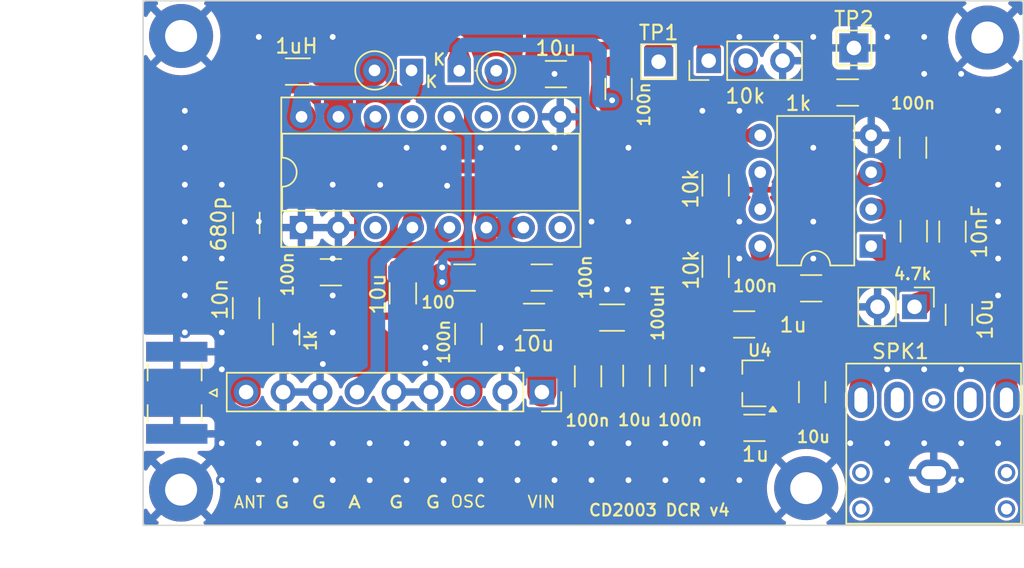
<source format=kicad_pcb>
(kicad_pcb (version 20240108) (generator "pcbnew") (generator_version "8.0")
  (layers (0 "F.Cu" signal) (31 "B.Cu" signal) (34 "B.Paste" user) (35 "F.Paste" user) (36 "B.SilkS" user "B.Silkscreen") (37 "F.SilkS" user "F.Silkscreen") (38 "B.Mask" user) (39 "F.Mask" user) (44 "Edge.Cuts" user))
  (net 0 "")
  (net 1 "RX_OSC")
  (net 2 "+5V")
  (net 3 "Net-(U1-FM{slash}AM_SW)")
  (net 4 "Net-(D7-K)")
  (net 8 "GND")
  (net 10 "Net-(U1-AM_OSC)")
  (net 12 "RX_AUDIO")
  (net 13 "Net-(C11-Pad1)")
  (net 14 "Net-(C1-Pad2)")
  (net 15 "Net-(U2A-+)")
  (net 16 "Net-(U2A--)")
  (net 17 "+3.3V")
  (net 18 "Net-(U2B--)")
  (net 19 "Net-(RV1-Pad2)")
  (net 20 "5VCLEAN")
  (net 21 "Net-(J1-In)")
  (net 22 "Net-(J2-Pin_1)")
  (net 25 "Net-(U1-AGC)")
  (net 26 "Net-(C14-Pad2)")
  (footprint "TestPoint:TestPoint_THTPad_2.0x2.0mm_Drill1.0mm" (layer "F.Cu") (at 80.46 47.66)
    (property "Reference" "TP1" (at 0 -1.998 0) (layer "F.SilkS"))
    (property "Value" "Debug_Audio" (hide yes))
    (pad "1" thru_hole rect (at 0 0) (size 2 2) (drill 1) (layers "*.Cu" "*.Mask") (net 14 "Net-(C1-Pad2)"))
  )
  (footprint "Diode_THT:D_DO-35_SOD27_P2.54mm_Vertical_KathodeUp" (layer "F.Cu") (at 66.762 48.278)
    (property "Reference" "D8" (hide yes))
    (property "Value" "1N4148" (hide yes))
    (fp_text user "K" (at -1.382 -0.768 0) (layer "F.SilkS") (effects (font (size 0.8 0.8))))
    (pad "1" thru_hole rect (at 0 0) (size 1.6 1.6) (drill 0.8) (layers "*.Cu" "*.Mask") (net 20 "5VCLEAN"))
    (pad "2" thru_hole oval (at 2.54 0) (size 1.6 1.6) (drill 0.8) (layers "*.Cu" "*.Mask") (net 4 "Net-(D7-K)"))
  )
  (footprint "Capacitor_SMD:C_1206_3216Metric_Pad1.33x1.80mm_HandSolder" (layer "F.Cu") (at 75.612 69.2955 -90)
    (property "Reference" "C5" (hide yes))
    (property "Value" "100n" (at 3.0345 0.032 180) (layer "F.SilkS") (effects (font (size 0.8 0.8))))
    (pad "1" smd roundrect (at -1.5625 0 270) (size 1.325 1.8) (layers "F.Cu" "F.Paste" "F.Mask") (roundrect_rratio 0.1886792453) (net 2 "+5V"))
    (pad "2" smd roundrect (at 1.5625 0 270) (size 1.325 1.8) (layers "F.Cu" "F.Paste" "F.Mask") (roundrect_rratio 0.1886792453) (net 8 "GND"))
  )
  (footprint "Connector_PinHeader_2.54mm:PinHeader_1x03_P2.54mm_Vertical" (layer "F.Cu") (at 83.9 47.59 90)
    (property "Reference" "RV1" (hide yes))
    (property "Value" "10k" (at -2.432 2.518 180) (layer "F.SilkS"))
    (pad "1" thru_hole rect (at 0 0 90) (size 1.7 1.7) (drill 1) (layers "*.Cu" "*.Mask") (net 14 "Net-(C1-Pad2)"))
    (pad "2" thru_hole oval (at 0 2.54 90) (size 1.7 1.7) (drill 1) (layers "*.Cu" "*.Mask") (net 19 "Net-(RV1-Pad2)"))
    (pad "3" thru_hole oval (at 0 5.08 90) (size 1.7 1.7) (drill 1) (layers "*.Cu" "*.Mask") (net 8 "GND"))
  )
  (footprint "Connector_PinHeader_2.54mm:PinHeader_1x02_P2.54mm_Vertical" (layer "F.Cu") (at 98.044 64.516 -90)
    (property "Reference" "J2" (hide yes))
    (property "Value" "Conn_01x02" (hide yes))
    (pad "1" thru_hole rect (at 0 0 270) (size 1.7 1.7) (drill 1) (layers "*.Cu" "*.Mask") (net 22 "Net-(J2-Pin_1)"))
    (pad "2" thru_hole oval (at 0 2.54 270) (size 1.7 1.7) (drill 1) (layers "*.Cu" "*.Mask") (net 8 "GND"))
  )
  (footprint "Capacitor_SMD:C_1206_3216Metric_Pad1.33x1.80mm_HandSolder" (layer "F.Cu") (at 77.71 49.54 90)
    (property "Reference" "C8" (hide yes))
    (property "Value" "100n" (at -1.06 1.75 90) (layer "F.SilkS") (effects (font (size 0.8 0.8))))
    (pad "1" smd roundrect (at -1.5625 0 90) (size 1.325 1.8) (layers "F.Cu" "F.Paste" "F.Mask") (roundrect_rratio 0.1886792453) (net 20 "5VCLEAN"))
    (pad "2" smd roundrect (at 1.5625 0 90) (size 1.325 1.8) (layers "F.Cu" "F.Paste" "F.Mask") (roundrect_rratio 0.1886792453) (net 8 "GND"))
  )
  (footprint "Capacitor_SMD:C_1206_3216Metric_Pad1.33x1.80mm_HandSolder" (layer "F.Cu") (at 57.942 62.138)
    (property "Reference" "C10" (hide yes))
    (property "Value" "100n" (at -2.982 0.142 90) (layer "F.SilkS") (effects (font (size 0.8 0.8))))
    (pad "1" smd roundrect (at -1.5625 0) (size 1.325 1.8) (layers "F.Cu" "F.Paste" "F.Mask") (roundrect_rratio 0.1886792453) (net 8 "GND"))
    (pad "2" smd roundrect (at 1.5625 0) (size 1.325 1.8) (layers "F.Cu" "F.Paste" "F.Mask") (roundrect_rratio 0.1886792453) (net 3 "Net-(U1-FM{slash}AM_SW)"))
  )
  (footprint "Inductor_SMD:L_1206_3216Metric_Pad1.22x1.90mm_HandSolder" (layer "F.Cu") (at 55.672 48.338)
    (property "Reference" "L1" (hide yes))
    (property "Value" "1uH" (at -0.092 -1.758 0) (layer "F.SilkS"))
    (pad "1" smd roundrect (at -1.6625 0) (size 1.225 1.9) (layers "F.Cu" "F.Paste" "F.Mask") (roundrect_rratio 0.2040816327) (net 4 "Net-(D7-K)"))
    (pad "2" smd roundrect (at 1.6625 0) (size 1.225 1.9) (layers "F.Cu" "F.Paste" "F.Mask") (roundrect_rratio 0.2040816327) (net 20 "5VCLEAN"))
  )
  (footprint "Capacitor_SMD:C_1206_3216Metric_Pad1.33x1.80mm_HandSolder" (layer "F.Cu") (at 52.137 58.7455 90)
    (property "Reference" "C11" (hide yes))
    (property "Value" "680p" (at -0.0745 -1.897 90) (layer "F.SilkS"))
    (pad "1" smd roundrect (at -1.5625 0 90) (size 1.325 1.8) (layers "F.Cu" "F.Paste" "F.Mask") (roundrect_rratio 0.1886792453) (net 13 "Net-(C11-Pad1)"))
    (pad "2" smd roundrect (at 1.5625 0 90) (size 1.325 1.8) (layers "F.Cu" "F.Paste" "F.Mask") (roundrect_rratio 0.1886792453) (net 4 "Net-(D7-K)"))
  )
  (footprint "Capacitor_SMD:C_1206_3216Metric_Pad1.33x1.80mm_HandSolder" (layer "F.Cu") (at 71.8995 65.208 180)
    (property "Reference" "C6" (hide yes))
    (property "Value" "10u" (at 0.0175 -1.848 0) (layer "F.SilkS"))
    (pad "1" smd roundrect (at -1.5625 0 180) (size 1.325 1.8) (layers "F.Cu" "F.Paste" "F.Mask") (roundrect_rratio 0.1886792453) (net 2 "+5V"))
    (pad "2" smd roundrect (at 1.5625 0 180) (size 1.325 1.8) (layers "F.Cu" "F.Paste" "F.Mask") (roundrect_rratio 0.1886792453) (net 8 "GND"))
  )
  (footprint "Resistor_SMD:R_1206_3216Metric_Pad1.30x1.75mm_HandSolder" (layer "F.Cu") (at 67.13 62.506)
    (property "Reference" "R14" (hide yes))
    (property "Value" "100" (at -1.81 1.704 0) (layer "F.SilkS") (effects (font (size 0.8 0.8))))
    (pad "1" smd roundrect (at -1.55 0) (size 1.3 1.75) (layers "F.Cu" "F.Paste" "F.Mask") (roundrect_rratio 0.1923076923) (net 10 "Net-(U1-AM_OSC)"))
    (pad "2" smd roundrect (at 1.55 0) (size 1.3 1.75) (layers "F.Cu" "F.Paste" "F.Mask") (roundrect_rratio 0.1923076923) (net 20 "5VCLEAN"))
  )
  (footprint "Capacitor_SMD:C_1206_3216Metric_Pad1.33x1.80mm_HandSolder" (layer "F.Cu") (at 72.4285 62.506 180)
    (property "Reference" "C9" (hide yes))
    (property "Value" "100n" (at -3.0095 0.022 90) (layer "F.SilkS") (effects (font (size 0.8 0.8))))
    (pad "1" smd roundrect (at -1.5625 0 180) (size 1.325 1.8) (layers "F.Cu" "F.Paste" "F.Mask") (roundrect_rratio 0.1886792453) (net 20 "5VCLEAN"))
    (pad "2" smd roundrect (at 1.5625 0 180) (size 1.325 1.8) (layers "F.Cu" "F.Paste" "F.Mask") (roundrect_rratio 0.1886792453) (net 8 "GND"))
  )
  (footprint "MountingHole:MountingHole_2.2mm_M2_Pad" (layer "F.Cu") (at 90.6 76.984 180)
    (property "Reference" "H2" (hide yes))
    (property "Value" "MountingHole_Pad" (hide yes))
    (pad "1" thru_hole circle (at 0 0 180) (size 4.4 4.4) (drill 2.2) (layers "*.Cu" "*.Mask") (net 8 "GND"))
  )
  (footprint "MountingHole:MountingHole_2.2mm_M2_Pad" (layer "F.Cu") (at 47.649274 77.087274)
    (property "Reference" "H4" (hide yes))
    (property "Value" "MountingHole_Pad" (hide yes))
    (pad "1" thru_hole circle (at 0 0) (size 4.4 4.4) (drill 2.2) (layers "*.Cu" "*.Mask") (net 8 "GND"))
  )
  (footprint "Capacitor_SMD:C_1206_3216Metric_Pad1.33x1.80mm_HandSolder" (layer "F.Cu") (at 78.937 69.258 -90)
    (property "Reference" "C3" (hide yes))
    (property "Value" "10u" (at 3.04 0.127 180) (layer "F.SilkS") (effects (font (size 0.8 0.8))))
    (pad "1" smd roundrect (at -1.5625 0 270) (size 1.325 1.8) (layers "F.Cu" "F.Paste" "F.Mask") (roundrect_rratio 0.1886792453) (net 20 "5VCLEAN"))
    (pad "2" smd roundrect (at 1.5625 0 270) (size 1.325 1.8) (layers "F.Cu" "F.Paste" "F.Mask") (roundrect_rratio 0.1886792453) (net 8 "GND"))
  )
  (footprint "MountingHole:MountingHole_2.2mm_M2_Pad" (layer "F.Cu") (at 47.649274 45.892726 180)
    (property "Reference" "H1" (hide yes))
    (property "Value" "MountingHole_Pad" (hide yes))
    (pad "1" thru_hole circle (at 0 0 180) (size 4.4 4.4) (drill 2.2) (layers "*.Cu" "*.Mask") (net 8 "GND"))
  )
  (footprint "Capacitor_SMD:C_1206_3216Metric_Pad1.33x1.80mm_HandSolder" (layer "F.Cu") (at 86.3375 65.73 180)
    (property "Reference" "C19" (hide yes))
    (property "Value" "1u" (at -3.3725 -0.03 180) (layer "F.SilkS"))
    (pad "1" smd roundrect (at -1.5625 0 180) (size 1.325 1.8) (layers "F.Cu" "F.Paste" "F.Mask") (roundrect_rratio 0.188679) (net 17 "+3.3V"))
    (pad "2" smd roundrect (at 1.5625 0 180) (size 1.325 1.8) (layers "F.Cu" "F.Paste" "F.Mask") (roundrect_rratio 0.188679) (net 8 "GND"))
  )
  (footprint "Inductor_SMD:L_1206_3216Metric_Pad1.22x1.90mm_HandSolder" (layer "F.Cu") (at 77.262 65.258)
    (property "Reference" "L2" (hide yes))
    (property "Value" "100uH" (at 3.138 -0.338 90) (layer "F.SilkS") (effects (font (size 0.8 0.8))))
    (pad "1" smd roundrect (at -1.6625 0) (size 1.225 1.9) (layers "F.Cu" "F.Paste" "F.Mask") (roundrect_rratio 0.2040816327) (net 2 "+5V"))
    (pad "2" smd roundrect (at 1.6625 0) (size 1.225 1.9) (layers "F.Cu" "F.Paste" "F.Mask") (roundrect_rratio 0.2040816327) (net 20 "5VCLEAN"))
  )
  (footprint "footprints:PinSocket_1x09_P2.54mm_Vertical_Custom" (layer "F.Cu") (at 72.438 70.38 -90)
    (property "Reference" "JP1" (hide yes))
    (property "Value" "Pin Header" (hide yes))
    (pad "1" thru_hole rect (at 0 0 270) (size 1.7 1.7) (drill 1) (layers "*.Cu" "*.Mask") (net 2 "+5V"))
    (pad "2" thru_hole oval (at 0 2.54 270) (size 1.7 1.7) (drill 1) (layers "*.Cu" "*.Mask") (net 8 "GND"))
    (pad "3" thru_hole oval (at 0 5.08 270) (size 1.7 1.7) (drill 1) (layers "*.Cu" "*.Mask") (net 1 "RX_OSC"))
    (pad "4" thru_hole oval (at 0 7.62 270) (size 1.7 1.7) (drill 1) (layers "*.Cu" "*.Mask") (net 8 "GND"))
    (pad "5" thru_hole oval (at 0 10.16 270) (size 1.7 1.7) (drill 1) (layers "*.Cu" "*.Mask") (net 8 "GND"))
    (pad "6" thru_hole oval (at 0 12.7 270) (size 1.7 1.7) (drill 1) (layers "*.Cu" "*.Mask") (net 12 "RX_AUDIO"))
    (pad "7" thru_hole oval (at 0 15.24 270) (size 1.7 1.7) (drill 1) (layers "*.Cu" "*.Mask") (net 8 "GND"))
    (pad "8" thru_hole oval (at 0 17.78 270) (size 1.7 1.7) (drill 1) (layers "*.Cu" "*.Mask") (net 8 "GND"))
    (pad "9" thru_hole oval (at 0 20.32 270) (size 1.7 1.7) (drill 1) (layers "*.Cu" "*.Mask") (net 21 "Net-(J1-In)"))
  )
  (footprint "Capacitor_SMD:C_1206_3216Metric_Pad1.33x1.80mm_HandSolder" (layer "F.Cu") (at 90.9395 63.243)
    (property "Reference" "C12" (hide yes))
    (property "Value" "100n" (at -3.8495 -0.153 180) (layer "F.SilkS") (effects (font (size 0.8 0.8))))
    (pad "1" smd roundrect (at -1.5625 0) (size 1.325 1.8) (layers "F.Cu" "F.Paste" "F.Mask") (roundrect_rratio 0.1886792453) (net 17 "+3.3V"))
    (pad "2" smd roundrect (at 1.5625 0) (size 1.325 1.8) (layers "F.Cu" "F.Paste" "F.Mask") (roundrect_rratio 0.1886792453) (net 8 "GND"))
  )
  (footprint "Capacitor_SMD:C_1206_3216Metric_Pad1.33x1.80mm_HandSolder" (layer "F.Cu") (at 97.942 53.57 90)
    (property "Reference" "C2" (hide yes))
    (property "Value" "100n" (at 3.048 0 180) (layer "F.SilkS") (effects (font (size 0.8 0.8))))
    (pad "1" smd roundrect (at -1.5625 0 90) (size 1.325 1.8) (layers "F.Cu" "F.Paste" "F.Mask") (roundrect_rratio 0.1886792453) (net 15 "Net-(U2A-+)"))
    (pad "2" smd roundrect (at 1.5625 0 90) (size 1.325 1.8) (layers "F.Cu" "F.Paste" "F.Mask") (roundrect_rratio 0.1886792453) (net 8 "GND"))
  )
  (footprint "Capacitor_SMD:C_1206_3216Metric_Pad1.33x1.80mm_HandSolder" (layer "F.Cu") (at 91.012 70.378 -90)
    (property "Reference" "C13" (hide yes))
    (property "Value" "10u" (at 3.082 -0.088 180) (layer "F.SilkS") (effects (font (size 0.8 0.8))))
    (pad "1" smd roundrect (at -1.5625 0 270) (size 1.325 1.8) (layers "F.Cu" "F.Paste" "F.Mask") (roundrect_rratio 0.1886792453) (net 17 "+3.3V"))
    (pad "2" smd roundrect (at 1.5625 0 270) (size 1.325 1.8) (layers "F.Cu" "F.Paste" "F.Mask") (roundrect_rratio 0.1886792453) (net 8 "GND"))
  )
  (footprint "TestPoint:TestPoint_THTPad_2.0x2.0mm_Drill1.0mm" (layer "F.Cu") (at 93.878 46.712)
    (property "Reference" "TP2" (at 0 -1.998 0) (layer "F.SilkS"))
    (property "Value" "GND" (hide yes))
    (pad "1" thru_hole rect (at 0 0) (size 2 2) (drill 1) (layers "*.Cu" "*.Mask") (net 8 "GND"))
  )
  (footprint "Capacitor_SMD:C_1206_3216Metric_Pad1.33x1.80mm_HandSolder" (layer "F.Cu") (at 52.112 64.608 -90)
    (property "Reference" "C17" (hide yes))
    (property "Value" "10n" (at -0.618 1.782 90) (layer "F.SilkS"))
    (pad "1" smd roundrect (at -1.5625 0 270) (size 1.325 1.8) (layers "F.Cu" "F.Paste" "F.Mask") (roundrect_rratio 0.1886792453) (net 13 "Net-(C11-Pad1)"))
    (pad "2" smd roundrect (at 1.5625 0 270) (size 1.325 1.8) (layers "F.Cu" "F.Paste" "F.Mask") (roundrect_rratio 0.1886792453) (net 21 "Net-(J1-In)"))
  )
  (footprint "Capacitor_SMD:C_1206_3216Metric_Pad1.33x1.80mm_HandSolder" (layer "F.Cu") (at 67.387 66.383 -90)
    (property "Reference" "C21" (hide yes))
    (property "Value" "100n" (at 0.537 1.687 90) (layer "F.SilkS") (effects (font (size 0.8 0.8))))
    (pad "1" smd roundrect (at -1.5625 0 270) (size 1.325 1.8) (layers "F.Cu" "F.Paste" "F.Mask") (roundrect_rratio 0.1886792453) (net 10 "Net-(U1-AM_OSC)"))
    (pad "2" smd roundrect (at 1.5625 0 270) (size 1.325 1.8) (layers "F.Cu" "F.Paste" "F.Mask") (roundrect_rratio 0.1886792453) (net 1 "RX_OSC"))
  )
  (footprint "Capacitor_SMD:C_1206_3216Metric_Pad1.33x1.80mm_HandSolder" (layer "F.Cu") (at 62.89 63.5925 -90)
    (property "Reference" "C16" (hide yes))
    (property "Value" " 10u" (at 0.4275 1.71 90) (layer "F.SilkS"))
    (pad "1" smd roundrect (at -1.5625 0 270) (size 1.325 1.8) (layers "F.Cu" "F.Paste" "F.Mask") (roundrect_rratio 0.1886792453) (net 25 "Net-(U1-AGC)"))
    (pad "2" smd roundrect (at 1.5625 0 270) (size 1.325 1.8) (layers "F.Cu" "F.Paste" "F.Mask") (roundrect_rratio 0.1886792453) (net 8 "GND"))
  )
  (footprint "Capacitor_SMD:C_1206_3216Metric_Pad1.33x1.80mm_HandSolder" (layer "F.Cu") (at 100.652 59.3455 90)
    (property "Reference" "C7" (hide yes))
    (property "Value" "10nF" (at 0 1.85 90) (layer "F.SilkS"))
    (pad "1" smd roundrect (at -1.5625 0 90) (size 1.325 1.8) (layers "F.Cu" "F.Paste" "F.Mask") (roundrect_rratio 0.1886792453) (net 22 "Net-(J2-Pin_1)"))
    (pad "2" smd roundrect (at 1.5625 0 90) (size 1.325 1.8) (layers "F.Cu" "F.Paste" "F.Mask") (roundrect_rratio 0.1886792453) (net 16 "Net-(U2A--)"))
  )
  (footprint "Resistor_SMD:R_1206_3216Metric_Pad1.30x1.75mm_HandSolder" (layer "F.Cu") (at 54.872 66.398 -90)
    (property "Reference" "R13" (hide yes))
    (property "Value" "1k" (at 0.432 -1.678 90) (layer "F.SilkS") (effects (font (size 0.8 0.8))))
    (pad "1" smd roundrect (at -1.55 0 270) (size 1.3 1.75) (layers "F.Cu" "F.Paste" "F.Mask") (roundrect_rratio 0.1923076923) (net 13 "Net-(C11-Pad1)"))
    (pad "2" smd roundrect (at 1.55 0 270) (size 1.3 1.75) (layers "F.Cu" "F.Paste" "F.Mask") (roundrect_rratio 0.1923076923) (net 8 "GND"))
  )
  (footprint "Resistor_SMD:R_1206_3216Metric_Pad1.30x1.75mm_HandSolder" (layer "F.Cu") (at 84.376 61.744 90)
    (property "Reference" "R1" (hide yes))
    (property "Value" "10k" (at -0.226 -1.676 90) (layer "F.SilkS"))
    (pad "1" smd roundrect (at -1.55 0 90) (size 1.3 1.75) (layers "F.Cu" "F.Paste" "F.Mask") (roundrect_rratio 0.1923076923) (net 17 "+3.3V"))
    (pad "2" smd roundrect (at 1.55 0 90) (size 1.3 1.75) (layers "F.Cu" "F.Paste" "F.Mask") (roundrect_rratio 0.1923076923) (net 15 "Net-(U2A-+)"))
  )
  (footprint "Resistor_SMD:R_1206_3216Metric_Pad1.30x1.75mm_HandSolder" (layer "F.Cu") (at 93.45 49.778 180)
    (property "Reference" "Rin1" (hide yes))
    (property "Value" "1k" (at 3.382 -0.744 0) (layer "F.SilkS"))
    (pad "1" smd roundrect (at -1.55 0 180) (size 1.3 1.75) (layers "F.Cu" "F.Paste" "F.Mask") (roundrect_rratio 0.1923076923) (net 16 "Net-(U2A--)"))
    (pad "2" smd roundrect (at 1.55 0 180) (size 1.3 1.75) (layers "F.Cu" "F.Paste" "F.Mask") (roundrect_rratio 0.1923076923) (net 19 "Net-(RV1-Pad2)"))
  )
  (footprint "Connector_Coaxial:SMA_Samtec_SMA-J-P-X-ST-EM1_EdgeMount" (layer "F.Cu") (at 47.352 70.428 -90)
    (property "Reference" "J1" (hide yes))
    (property "Value" "SMA Edge Mount" (hide yes))
    (pad "1" smd rect (at 0 0.2 270) (size 1.27 3.6) (layers "F.Cu" "F.Paste" "F.Mask") (net 21 "Net-(J1-In)"))
    (pad "2" smd rect (at -2.825 0 270) (size 1.35 4.2) (layers "F.Cu" "F.Paste" "F.Mask") (net 8 "GND"))
    (pad "2" smd rect (at -2.825 0 270) (size 1.35 4.2) (layers "B.Cu" "B.Paste" "B.Mask") (net 8 "GND"))
    (pad "2" smd rect (at 2.825 0 270) (size 1.35 4.2) (layers "F.Cu" "F.Paste" "F.Mask") (net 8 "GND"))
    (pad "2" smd rect (at 2.825 0 270) (size 1.35 4.2) (layers "B.Cu" "B.Paste" "B.Mask") (net 8 "GND"))
  )
  (footprint "Resistor_SMD:R_1206_3216Metric_Pad1.30x1.75mm_HandSolder" (layer "F.Cu") (at 97.992 59.313 90)
    (property "Reference" "Rf1" (hide yes))
    (property "Value" "4.7k" (at -2.947 -0.082 0) (layer "F.SilkS") (effects (font (size 0.8 0.8))))
    (pad "1" smd roundrect (at -1.55 0 90) (size 1.3 1.75) (layers "F.Cu" "F.Paste" "F.Mask") (roundrect_rratio 0.1923076923) (net 22 "Net-(J2-Pin_1)"))
    (pad "2" smd roundrect (at 1.55 0 90) (size 1.3 1.75) (layers "F.Cu" "F.Paste" "F.Mask") (roundrect_rratio 0.1923076923) (net 16 "Net-(U2A--)"))
  )
  (footprint "MountingHole:MountingHole_2.2mm_M2_Pad" (layer "F.Cu") (at 103.046 45.996)
    (property "Reference" "H3" (hide yes))
    (property "Value" "MountingHole_Pad" (hide yes))
    (pad "1" thru_hole circle (at 0 0) (size 4.4 4.4) (drill 2.2) (layers "*.Cu" "*.Mask") (net 8 "GND"))
  )
  (footprint "Capacitor_SMD:C_1206_3216Metric_Pad1.33x1.80mm_HandSolder" (layer "F.Cu") (at 73.406 48.514 180)
    (property "Reference" "C1" (hide yes))
    (property "Value" "10u" (at 0 1.778 0) (layer "F.SilkS"))
    (pad "1" smd roundrect (at -1.5625 0 180) (size 1.325 1.8) (layers "F.Cu" "F.Paste" "F.Mask") (roundrect_rratio 0.1886792453) (net 12 "RX_AUDIO"))
    (pad "2" smd roundrect (at 1.5625 0 180) (size 1.325 1.8) (layers "F.Cu" "F.Paste" "F.Mask") (roundrect_rratio 0.1886792453) (net 14 "Net-(C1-Pad2)"))
  )
  (footprint "Resistor_SMD:R_1206_3216Metric_Pad1.30x1.75mm_HandSolder" (layer "F.Cu") (at 84.376 56.156 90)
    (property "Reference" "R2" (hide yes))
    (property "Value" "10k" (at -0.234 -1.706 90) (layer "F.SilkS"))
    (pad "1" smd roundrect (at -1.55 0 90) (size 1.3 1.75) (layers "F.Cu" "F.Paste" "F.Mask") (roundrect_rratio 0.1923076923) (net 15 "Net-(U2A-+)"))
    (pad "2" smd roundrect (at 1.55 0 90) (size 1.3 1.75) (layers "F.Cu" "F.Paste" "F.Mask") (roundrect_rratio 0.1923076923) (net 8 "GND"))
  )
  (footprint "Package_TO_SOT_SMD:SOT-23_Handsoldering" (layer "F.Cu") (at 86.97 69.78 180)
    (property "Reference" "U4" (at -0.44 2.26 180) (layer "F.SilkS") (effects (font (size 0.8 0.8) (thickness 0.15) (bold yes))))
    (property "Value" "XC6206P332MR (662K)" (hide yes))
    (pad "1" smd roundrect (at -1.5 -0.95 180) (size 1.9 0.8) (layers "F.Cu" "F.Paste" "F.Mask") (net 8 "GND"))
    (pad "2" smd roundrect (at -1.5 0.95 180) (size 1.9 0.8) (layers "F.Cu" "F.Paste" "F.Mask") (net 17 "+3.3V"))
    (pad "3" smd roundrect (at 1.5 0 180) (size 1.9 0.8) (layers "F.Cu" "F.Paste" "F.Mask") (net 20 "5VCLEAN"))
  )
  (footprint "Diode_THT:D_DO-35_SOD27_P2.54mm_Vertical_KathodeUp" (layer "F.Cu") (at 63.482 48.258 180)
    (property "Reference" "D7" (hide yes))
    (property "Value" "1N4148" (hide yes))
    (fp_text user "K" (at -1.368 -0.782 0) (layer "F.SilkS") (effects (font (size 0.8 0.8))))
    (pad "1" thru_hole rect (at 0 0 180) (size 1.6 1.6) (drill 0.8) (layers "*.Cu" "*.Mask") (net 4 "Net-(D7-K)"))
    (pad "2" thru_hole oval (at 2.54 0 180) (size 1.6 1.6) (drill 0.8) (layers "*.Cu" "*.Mask") (net 20 "5VCLEAN"))
  )
  (footprint "Capacitor_SMD:C_1206_3216Metric_Pad1.33x1.80mm_HandSolder" (layer "F.Cu") (at 87.0425 72.84)
    (property "Reference" "C18" (hide yes))
    (property "Value" "1u" (at 0.0775 1.81 180) (layer "F.SilkS"))
    (pad "1" smd roundrect (at -1.5625 0) (size 1.325 1.8) (layers "F.Cu" "F.Paste" "F.Mask") (roundrect_rratio 0.188679) (net 20 "5VCLEAN"))
    (pad "2" smd roundrect (at 1.5625 0) (size 1.325 1.8) (layers "F.Cu" "F.Paste" "F.Mask") (roundrect_rratio 0.188679) (net 8 "GND"))
  )
  (footprint "Capacitor_SMD:C_1206_3216Metric_Pad1.33x1.80mm_HandSolder" (layer "F.Cu") (at 81.84 69.2475 -90)
    (property "Reference" "C4" (hide yes))
    (property "Value" "100n" (at 3.052 -0.103 180) (layer "F.SilkS") (effects (font (size 0.8 0.8))))
    (pad "1" smd roundrect (at -1.5625 0 270) (size 1.325 1.8) (layers "F.Cu" "F.Paste" "F.Mask") (roundrect_rratio 0.1886792453) (net 20 "5VCLEAN"))
    (pad "2" smd roundrect (at 1.5625 0 270) (size 1.325 1.8) (layers "F.Cu" "F.Paste" "F.Mask") (roundrect_rratio 0.1886792453) (net 8 "GND"))
  )
  (footprint "Capacitor_SMD:C_1206_3216Metric_Pad1.33x1.80mm_HandSolder" (layer "F.Cu") (at 101.092 65.0625 -90)
    (property "Reference" "C14" (hide yes))
    (property "Value" "10u" (at 0.2975 -1.808 90) (layer "F.SilkS"))
    (pad "1" smd roundrect (at -1.5625 0 270) (size 1.325 1.8) (layers "F.Cu" "F.Paste" "F.Mask") (roundrect_rratio 0.1886792453) (net 22 "Net-(J2-Pin_1)"))
    (pad "2" smd roundrect (at 1.5625 0 270) (size 1.325 1.8) (layers "F.Cu" "F.Paste" "F.Mask") (roundrect_rratio 0.1886792453) (net 26 "Net-(C14-Pad2)"))
  )
  (footprint "Package_DIP:DIP-16_W7.62mm_Socket" (layer "F.Cu") (at 55.922 59.068 90)
    (property "Reference" "U1" (hide yes))
    (property "Value" "CD2003GB_GP" (hide yes))
    (pad "1" thru_hole rect (at 0 0 90) (size 1.6 1.6) (drill 0.8) (layers "*.Cu" "*.Mask") (net 8 "GND"))
    (pad "2" thru_hole oval (at 0 2.54 90) (size 1.6 1.6) (drill 0.8) (layers "*.Cu" "*.Mask") (net 8 "GND"))
    (pad "3" thru_hole oval (at 0 5.08 90) (size 1.6 1.6) (drill 0.8) (layers "*.Cu" "*.Mask"))
    (pad "4" thru_hole oval (at 0 7.62 90) (size 1.6 1.6) (drill 0.8) (layers "*.Cu" "*.Mask") (net 12 "RX_AUDIO"))
    (pad "5" thru_hole oval (at 0 10.16 90) (size 1.6 1.6) (drill 0.8) (layers "*.Cu" "*.Mask") (net 25 "Net-(U1-AGC)"))
    (pad "6" thru_hole oval (at 0 12.7 90) (size 1.6 1.6) (drill 0.8) (layers "*.Cu" "*.Mask") (net 20 "5VCLEAN"))
    (pad "7" thru_hole oval (at 0 15.24 90) (size 1.6 1.6) (drill 0.8) (layers "*.Cu" "*.Mask") (net 20 "5VCLEAN"))
    (pad "8" thru_hole oval (at 0 17.78 90) (size 1.6 1.6) (drill 0.8) (layers "*.Cu" "*.Mask"))
    (pad "9" thru_hole oval (at 7.62 17.78 90) (size 1.6 1.6) (drill 0.8) (layers "*.Cu" "*.Mask") (net 8 "GND"))
    (pad "10" thru_hole oval (at 7.62 15.24 90) (size 1.6 1.6) (drill 0.8) (layers "*.Cu" "*.Mask"))
    (pad "11" thru_hole oval (at 7.62 12.7 90) (size 1.6 1.6) (drill 0.8) (layers "*.Cu" "*.Mask"))
    (pad "12" thru_hole oval (at 7.62 10.16 90) (size 1.6 1.6) (drill 0.8) (layers "*.Cu" "*.Mask") (net 10 "Net-(U1-AM_OSC)"))
    (pad "13" thru_hole oval (at 7.62 7.62 90) (size 1.6 1.6) (drill 0.8) (layers "*.Cu" "*.Mask"))
    (pad "14" thru_hole oval (at 7.62 5.08 90) (size 1.6 1.6) (drill 0.8) (layers "*.Cu" "*.Mask") (net 3 "Net-(U1-FM{slash}AM_SW)"))
    (pad "15" thru_hole oval (at 7.62 2.54 90) (size 1.6 1.6) (drill 0.8) (layers "*.Cu" "*.Mask") (net 20 "5VCLEAN"))
    (pad "16" thru_hole oval (at 7.62 0 90) (size 1.6 1.6) (drill 0.8) (layers "*.Cu" "*.Mask") (net 4 "Net-(D7-K)"))
  )
  (footprint "footprints:PJ-307_Modded" (layer "F.Cu") (at 99.362 72.92 90)
    (property "Reference" "SPK1" (at 5.334 -2.286 180) (layer "F.SilkS"))
    (property "Value" "SPEAKER")
    (pad "" np_thru_hole circle (at -5.5 -5 90) (size 1.2 1.2) (drill 0.762) (layers "*.Cu" "*.Mask"))
    (pad "" np_thru_hole circle (at -5.5 5 90) (size 1.2 1.2) (drill 0.762) (layers "*.Cu" "*.Mask"))
    (pad "" np_thru_hole circle (at -3 -5 90) (size 1.2 1.2) (drill 0.762) (layers "*.Cu" "*.Mask"))
    (pad "" np_thru_hole circle (at -3 5 90) (size 1.2 1.2) (drill 0.762) (layers "*.Cu" "*.Mask"))
    (pad "" np_thru_hole circle (at 2 0 90) (size 1.2 1.2) (drill 0.762) (layers "*.Cu" "*.Mask"))
    (pad "R" thru_hole oval (at 2 -5 90) (size 2.5 1.8) (drill oval 1.7 0.9) (layers "*.Cu" "*.Mask") (net 26 "Net-(C14-Pad2)"))
    (pad "RN" thru_hole oval (at 2 -2.5 90) (size 2.5 1.8) (drill oval 1.7 0.9) (layers "*.Cu" "*.Mask"))
    (pad "S" thru_hole oval (at -3 0 180) (size 2.5 1.8) (drill oval 1.7 0.9) (layers "*.Cu" "*.Mask") (net 8 "GND"))
    (pad "T" thru_hole oval (at 2 5 90) (size 2.5 1.8) (drill oval 1.7 0.9) (layers "*.Cu" "*.Mask") (net 26 "Net-(C14-Pad2)"))
    (pad "TN" thru_hole oval (at 2 2.5 90) (size 2.5 1.8) (drill oval 1.7 0.9) (layers "*.Cu" "*.Mask"))
  )
  (footprint "Package_DIP:DIP-8_W7.62mm" (layer "F.Cu") (at 95.062 60.343 180)
    (property "Reference" "U2" (hide yes))
    (property "Value" "MCP6002" (hide yes))
    (pad "1" thru_hole rect (at 0 0 180) (size 1.6 1.6) (drill 0.8) (layers "*.Cu" "*.Mask") (net 22 "Net-(J2-Pin_1)"))
    (pad "2" thru_hole oval (at 0 2.54 180) (size 1.6 1.6) (drill 0.8) (layers "*.Cu" "*.Mask") (net 16 "Net-(U2A--)"))
    (pad "3" thru_hole oval (at 0 5.08 180) (size 1.6 1.6) (drill 0.8) (layers "*.Cu" "*.Mask") (net 15 "Net-(U2A-+)"))
    (pad "4" thru_hole oval (at 0 7.62 180) (size 1.6 1.6) (drill 0.8) (layers "*.Cu" "*.Mask") (net 8 "GND"))
    (pad "5" thru_hole oval (at 7.62 7.62 180) (size 1.6 1.6) (drill 0.8) (layers "*.Cu" "*.Mask") (net 15 "Net-(U2A-+)"))
    (pad "6" thru_hole oval (at 7.62 5.08 180) (size 1.6 1.6) (drill 0.8) (layers "*.Cu" "*.Mask") (net 18 "Net-(U2B--)"))
    (pad "7" thru_hole oval (at 7.62 2.54 180) (size 1.6 1.6) (drill 0.8) (layers "*.Cu" "*.Mask") (net 18 "Net-(U2B--)"))
    (pad "8" thru_hole oval (at 7.62 0 180) (size 1.6 1.6) (drill 0.8) (layers "*.Cu" "*.Mask") (net 17 "+3.3V"))
  )
  (gr_rect (start 45.042 43.466) (end 105.524 79.546) (stroke (width 0.1)) (fill none) (layer "Edge.Cuts"))
  (gr_text "G  G  A" (at 53.99 78.42 0) (layer "F.SilkS") (effects (font (size 0.8 1)) (justify left bottom)))
  (gr_text "OSC" (at 67.38 77.91 0) (layer "F.SilkS") (effects (font (size 0.8 0.8) (thickness 0.12))))
  (gr_text "CD2003 DCR v4" (at 75.59 78.97 0) (layer "F.SilkS") (effects (font (size 0.8 0.8)) (justify left bottom)))
  (gr_text "ANT" (at 52.352 77.956 0) (layer "F.SilkS") (effects (font (size 0.8 0.8) (thickness 0.12))))
  (gr_text "G  G" (at 61.83 78.42 0) (layer "F.SilkS") (effects (font (size 0.8 1)) (justify left bottom)))
  (gr_text "VIN" (at 72.41 77.93 0) (layer "F.SilkS") (effects (font (size 0.8 0.8) (thickness 0.12))))
  (segment (start 67.358 67.9745) (end 67.387 67.9455) (width 2) (layer "F.Cu") (net 1))
  (segment (start 67.358 70.38) (end 67.358 67.9745) (width 2) (layer "F.Cu") (net 1))
  (segment (start 75.612 67.733) (end 75.612 65.2705) (width 2) (layer "F.Cu") (net 2))
  (segment (start 72.438 70.38) (end 72.438 67.908) (width 2) (layer "F.Cu") (net 2))
  (segment (start 72.613 67.733) (end 72.438 67.908) (width 2) (layer "F.Cu") (net 2))
  (segment (start 75.612 67.733) (end 72.613 67.733) (width 2) (layer "F.Cu") (net 2))
  (segment (start 75.612 65.2705) (end 75.5995 65.258) (width 2) (layer "F.Cu") (net 2))
  (segment (start 75.5995 65.258) (end 73.512 65.258) (width 2) (layer "F.Cu") (net 2))
  (segment (start 59.738 53.87) (end 59.738 57.934) (width 1) (layer "F.Cu") (net 3))
  (segment (start 61.002 52.606) (end 59.738 53.87) (width 1) (layer "F.Cu") (net 3))
  (segment (start 61.002 51.448) (end 61.002 52.606) (width 1) (layer "F.Cu") (net 3))
  (segment (start 59.484 62.506) (end 59.484 60.506) (width 1) (layer "F.Cu") (net 3))
  (segment (start 59.738 60.252) (end 59.738 57.934) (width 0.4) (layer "F.Cu") (net 3))
  (segment (start 59.484 60.506) (end 59.738 60.252) (width 1) (layer "F.Cu") (net 3))
  (segment (start 63.482 48.258) (end 63.482 49.378) (width 1) (layer "F.Cu") (net 4))
  (segment (start 55.922 56.498) (end 55.922 51.448) (width 1) (layer "F.Cu") (net 4))
  (segment (start 52.137 57.183) (end 55.237 57.183) (width 1) (layer "F.Cu") (net 4))
  (segment (start 63.482 49.378) (end 63.882 49.778) (width 1) (layer "F.Cu") (net 4))
  (segment (start 52.316 48.338) (end 51.864 48.79) (width 2) (layer "F.Cu") (net 4))
  (segment (start 55.237 57.183) (end 55.922 56.498) (width 1) (layer "F.Cu") (net 4))
  (segment (start 55.5115 51.0375) (end 55.922 51.448) (width 2) (layer "F.Cu") (net 4))
  (segment (start 51.864 51.0375) (end 55.5115 51.0375) (width 2) (layer "F.Cu") (net 4))
  (segment (start 54.0095 48.338) (end 52.316 48.338) (width 2) (layer "F.Cu") (net 4))
  (segment (start 69.302 49.698) (end 69.222 49.778) (width 1) (layer "F.Cu") (net 4))
  (segment (start 63.882 49.778) (end 69.222 49.778) (width 1) (layer "F.Cu") (net 4))
  (segment (start 51.864 51.0375) (end 51.864 48.79) (width 2) (layer "F.Cu") (net 4))
  (segment (start 69.302 48.278) (end 69.302 49.698) (width 1) (layer "F.Cu") (net 4))
  (segment (start 63.482 49.618) (end 63.482 48.258) (width 1) (layer "B.Cu") (net 4))
  (segment (start 55.928 49.806) (end 63.294 49.806) (width 1) (layer "B.Cu") (net 4))
  (segment (start 63.294 49.806) (end 63.482 49.618) (width 1) (layer "B.Cu") (net 4))
  (segment (start 55.922 49.812) (end 55.928 49.806) (width 1) (layer "B.Cu") (net 4))
  (segment (start 55.922 51.448) (end 55.922 49.812) (width 1) (layer "B.Cu") (net 4))
  (via (at 57.39 68.45) (size 0.8) (drill 0.4) (layers "F.Cu" "B.Cu") (net 8))
  (via (at 98.707 45.956) (size 0.8) (drill 0.4) (layers "F.Cu" "B.Cu") (net 8))
  (via (at 55.527 76.436) (size 0.8) (drill 0.4) (layers "F.Cu" "B.Cu") (net 8))
  (via (at 65.687 76.436) (size 0.8) (drill 0.4) (layers "F.Cu" "B.Cu") (net 8))
  (via (at 73.307 76.436) (size 0.8) (drill 0.4) (layers "F.Cu" "B.Cu") (net 8))
  (via (at 80.927 76.436) (size 0.8) (drill 0.4) (layers "F.Cu" "B.Cu") (net 8))
  (via (at 52.987 73.896) (size 0.8) (drill 0.4) (layers "F.Cu" "B.Cu") (net 8))
  (via (at 47.907 53.576) (size 0.8) (drill 0.4) (layers "F.Cu" "B.Cu") (net 8))
  (via (at 83.467 68.816) (size 0.8) (drill 0.4) (layers "F.Cu" "B.Cu") (net 8))
  (via (at 96.167 45.956) (size 0.8) (drill 0.4) (layers "F.Cu" "B.Cu") (net 8))
  (via (at 73.307 48.496) (size 0.8) (drill 0.4) (layers "F.Cu" "B.Cu") (net 8))
  (via (at 64.43 68.4) (size 0.8) (drill 0.4) (layers "F.Cu" "B.Cu") (net 8))
  (via (at 78.387 73.896) (size 0.8) (drill 0.4) (layers "F.Cu" "B.Cu") (net 8))
  (via (at 52.987 58.656) (size 0.8) (drill 0.4) (layers "F.Cu" "B.Cu") (net 8))
  (via (at 58.067 61.196) (size 0.8) (drill 0.4) (layers "F.Cu" "B.Cu") (net 8))
  (via (at 47.907 63.736) (size 0.8) (drill 0.4) (layers "F.Cu" "B.Cu") (net 8))
  (via (at 63.147 73.896) (size 0.8) (drill 0.4) (layers "F.Cu" "B.Cu") (net 8))
  (via (at 70.767 76.436) (size 0.8) (drill 0.4) (layers "F.Cu" "B.Cu") (net 8))
  (via (at 58.067 45.956) (size 0.8) (drill 0.4) (layers "F.Cu" "B.Cu") (net 8))
  (via (at 47.907 61.196) (size 0.8) (drill 0.4) (layers "F.Cu" "B.Cu") (net 8))
  (via (at 50.447 56.116) (size 0.8) (drill 0.4) (layers "F.Cu" "B.Cu") (net 8))
  (via (at 83.467 51.036) (size 0.8) (drill 0.4) (layers "F.Cu" "B.Cu") (net 8))
  (via (at 101.247 68.816) (size 0.8) (drill 0.4) (layers "F.Cu" "B.Cu") (net 8))
  (via (at 58.067 76.436) (size 0.8) (drill 0.4) (layers "F.Cu" "B.Cu") (net 8))
  (via (at 68.227 53.576) (size 0.8) (drill 0.4) (layers "F.Cu" "B.Cu") (net 8))
  (via (at 70.767 68.816) (size 0.8) (drill 0.4) (layers "F.Cu" "B.Cu") (net 8))
  (via (at 86.007 45.956) (size 0.8) (drill 0.4) (layers "F.Cu" "B.Cu") (net 8))
  (via (at 64.43 67.31) (size 0.8) (drill 0.4) (layers "F.Cu" "B.Cu") (net 8))
  (via (at 52.987 76.436) (size 0.8) (drill 0.4) (layers "F.Cu" "B.Cu") (net 8))
  (via (at 78.387 76.436) (size 0.8) (drill 0.4) (layers "F.Cu" "B.Cu") (net 8))
  (via (at 96.167 76.436) (size 0.8) (drill 0.4) (layers "F.Cu" "B.Cu") (net 8))
  (via (at 78.387 58.656) (size 0.8) (drill 0.4) (layers "F.Cu" "B.Cu") (net 8))
  (via (at 103.787 61.196) (size 0.8) (drill 0.4) (layers "F.Cu" "B.Cu") (net 8))
  (via (at 96.167 68.816) (size 0.8) (drill 0.4) (layers "F.Cu" "B.Cu") (net 8))
  (via (at 83.467 76.436) (size 0.8) (drill 0.4) (layers "F.Cu" "B.Cu") (net 8))
  (via (at 91.087 58.656) (size 0.8) (drill 0.4) (layers "F.Cu" "B.Cu") (net 8))
  (via (at 98.707 48.496) (size 0.8) (drill 0.4) (layers "F.Cu" "B.Cu") (net 8))
  (via (at 60.607 73.896) (size 0.8) (drill 0.4) (layers "F.Cu" "B.Cu") (net 8))
  (via (at 96.167 73.896) (size 0.8) (drill 0.4) (layers "F.Cu" "B.Cu") (net 8))
  (via (at 73.307 53.576) (size 0.8) (drill 0.4) (layers "F.Cu" "B.Cu") (net 8))
  (via (at 50.447 66.276) (size 0.8) (drill 0.4) (layers "F.Cu" "B.Cu") (net 8))
  (via (at 47.907 56.116) (size 0.8) (drill 0.4) (layers "F.Cu" "B.Cu") (net 8))
  (via (at 103.787 73.896) (size 0.8) (drill 0.4) (layers "F.Cu" "B.Cu") (net 8))
  (via (at 60.607 76.436) (size 0.8) (drill 0.4) (layers "F.Cu" "B.Cu") (net 8))
  (via (at 68.227 73.896) (size 0.8) (drill 0.4) (layers "F.Cu" "B.Cu") (net 8))
  (via (at 103.787 56.116) (size 0.8) (drill 0.4) (layers "F.Cu" "B.Cu") (net 8))
  (via (at 75.847 76.436) (size 0.8) (drill 0.4) (layers "F.Cu" "B.Cu") (net 8))
  (via (at 69.6 67.34) (size 0.8) (drill 0.4) (layers "F.Cu" "B.Cu") (net 8))
  (via (at 91.087 45.956) (size 0.8) (drill 0.4) (layers "F.Cu" "B.Cu") (net 8))
  (via (at 65.93 56.19) (size 0.8) (drill 0.4) (layers "F.Cu" "B.Cu") (net 8))
  (via (at 86.007 51.036) (size 0.8) (drill 0.4) (layers "F.Cu" "B.Cu") (net 8))
  (via (at 86.007 61.196) (size 0.8) (drill 0.4) (layers "F.Cu" "B.Cu") (net 8))
  (via (at 47.907 58.656) (size 0.8) (drill 0.4) (layers "F.Cu" "B.Cu") (net 8))
  (via (at 70.767 73.896) (size 0.8) (drill 0.4) (layers "F.Cu" "B.Cu") (net 8))
  (via (at 98.707 73.896) (size 0.8) (drill 0.4) (layers "F.Cu" "B.Cu") (net 8))
  (via (at 103.787 63.736) (size 0.8) (drill 0.4) (layers "F.Cu" "B.Cu") (net 8))
  (via (at 78.32 63.34) (size 0.8) (drill 0.4) (layers "F.Cu" "B.Cu") (net 8))
  (via (at 93.627 73.896) (size 0.8) (drill 0.4) (layers "F.Cu" "B.Cu") (net 8))
  (via (at 47.907 51.036) (size 0.8) (drill 0.4) (layers "F.Cu" "B.Cu") (net 8))
  (via (at 58.067 56.116) (size 0.8) (drill 0.4) (layers "F.Cu" "B.Cu") (net 8))
  (via (at 55.527 73.896) (size 0.8) (drill 0.4) (layers "F.Cu" "B.Cu") (net 8))
  (via (at 50.447 61.196) (size 0.8) (drill 0.4) (layers "F.Cu" "B.Cu") (net 8))
  (via (at 73.307 73.896) (size 0.8) (drill 0.4) (layers "F.Cu" "B.Cu") (net 8))
  (via (at 58.067 73.896) (size 0.8) (drill 0.4) (layers "F.Cu" "B.Cu") (net 8))
  (via (at 83.467 73.896) (size 0.8) (drill 0.4) (layers "F.Cu" "B.Cu") (net 8))
  (via (at 103.787 53.576) (size 0.8) (drill 0.4) (layers "F.Cu" "B.Cu") (net 8))
  (via (at 86.007 76.436) (size 0.8) (drill 0.4) (layers "F.Cu" "B.Cu") (net 8))
  (via (at 80.927 73.896) (size 0.8) (drill 0.4) (layers "F.Cu" "B.Cu") (net 8))
  (via (at 47.907 66.276) (size 0.8) (drill 0.4) (layers "F.Cu" "B.Cu") (net 8))
  (via (at 75.847 73.896) (size 0.8) (drill 0.4) (layers "F.Cu" "B.Cu") (net 8))
  (via (at 58.067 66.276) (size 0.8) (drill 0.4) (layers "F.Cu" "B.Cu") (net 8))
  (via (at 70.767 53.576) (size 0.8) (drill 0.4) (layers "F.Cu" "B.Cu") (net 8))
  (via (at 50.447 76.436) (size 0.8) (drill 0.4) (layers "F.Cu" "B.Cu") (net 8))
  (via (at 52.987 45.956) (size 0.8) (drill 0.4) (layers "F.Cu" "B.Cu") (net 8))
  (via (at 76.91 63.32) (size 0.8) (drill 0.4) (layers "F.Cu" "B.Cu") (net 8))
  (via (at 101.247 76.436) (size 0.8) (drill 0.4) (layers "F.Cu" "B.Cu") (net 8))
  (via (at 55.527 66.276) (size 0.8) (drill 0.4) (layers "F.Cu" "B.Cu") (net 8))
  (via (at 65.687 73.896) (size 0.8) (drill 0.4) (layers "F.Cu" "B.Cu") (net 8))
  (via (at 101.247 48.496) (size 0.8) (drill 0.4) (layers "F.Cu" "B.Cu") (net 8))
  (via (at 103.787 58.656) (size 0.8) (drill 0.4) (layers "F.Cu" "B.Cu") (net 8))
  (via (at 63.147 76.436) (size 0.8) (drill 0.4) (layers "F.Cu" "B.Cu") (net 8))
  (via (at 63.147 53.576) (size 0.8) (drill 0.4) (layers "F.Cu" "B.Cu") (net 8))
  (via (at 101.247 73.896) (size 0.8) (drill 0.4) (layers "F.Cu" "B.Cu") (net 8))
  (via (at 50.447 68.816) (size 0.8) (drill 0.4) (layers "F.Cu" "B.Cu") (net 8))
  (via (at 65.687 53.576) (size 0.8) (drill 0.4) (layers "F.Cu" "B.Cu") (net 8))
  (via (at 86.007 58.656) (size 0.8) (drill 0.4) (layers "F.Cu" "B.Cu") (net 8))
  (via (at 91.087 53.576) (size 0.8) (drill 0.4) (layers "F.Cu" "B.Cu") (net 8))
  (via (at 61.33 56.13) (size 0.8) (drill 0.4) (layers "F.Cu" "B.Cu") (net 8))
  (via (at 88.547 45.956) (size 0.8) (drill 0.4) (layers "F.Cu" "B.Cu") (net 8))
  (via (at 91.087 61.196) (size 0.8) (drill 0.4) (layers "F.Cu" "B.Cu") (net 8))
  (via (at 78.387 53.576) (size 0.8) (drill 0.4) (layers "F.Cu" "B.Cu") (net 8))
  (via (at 103.787 51.036) (size 0.8) (drill 0.4) (layers "F.Cu" "B.Cu") (net 8))
  (via (at 58.067 63.736) (size 0.8) (drill 0.4) (layers "F.Cu" "B.Cu") (net 8))
  (via (at 50.447 73.896) (size 0.8) (drill 0.4) (layers "F.Cu" "B.Cu") (net 8))
  (via (at 98.707 68.816) (size 0.8) (drill 0.4) (layers "F.Cu" "B.Cu") (net 8))
  (via (at 68.227 76.436) (size 0.8) (drill 0.4) (layers "F.Cu" "B.Cu") (net 8))
  (via (at 75.847 58.656) (size 0.8) (drill 0.4) (layers "F.Cu" "B.Cu") (net 8))
  (segment (start 65.587 62.808) (end 65.58 62.815) (width 2) (layer "F.Cu") (net 10))
  (segment (start 65.58 62.815) (end 65.58 64.251) (width 2) (layer "F.Cu") (net 10))
  (segment (start 65.58 64.251) (end 66.1495 64.8205) (width 2) (layer "F.Cu") (net 10))
  (segment (start 65.58 62.801) (end 65.587 62.808) (width 2) (layer "F.Cu") (net 10))
  (segment (start 65.58 62.506) (end 65.58 62.801) (width 2) (layer "F.Cu") (net 10))
  (segment (start 66.1495 64.8205) (end 67.387 64.8205) (width 2) (layer "F.Cu") (net 10))
  (via (at 65.587 61.808) (size 0.8) (drill 0.4) (layers "F.Cu" "B.Cu") (net 10))
  (via (at 65.587 62.808) (size 0.8) (drill 0.4) (layers "F.Cu" "B.Cu") (net 10))
  (segment (start 66.082 51.448) (end 67.372 52.738) (width 0.5) (layer "B.Cu") (net 10))
  (segment (start 66.082 51.268) (end 67.497 52.683) (width 0.25) (layer "B.Cu") (net 10))
  (segment (start 65.58 61.998) (end 65.58 62.506) (width 0.5) (layer "B.Cu") (net 10))
  (segment (start 65.58 61.236) (end 65.58 61.801) (width 0.5) (layer "B.Cu") (net 10))
  (segment (start 65.908 60.908) (end 65.58 61.236) (width 0.5) (layer "B.Cu") (net 10))
  (segment (start 67.372 52.738) (end 67.372 60.908) (width 0.5) (layer "B.Cu") (net 10))
  (segment (start 65.587 61.808) (end 65.58 61.815) (width 0.5) (layer "B.Cu") (net 10))
  (segment (start 65.58 61.815) (end 65.58 61.998) (width 0.5) (layer "B.Cu") (net 10))
  (segment (start 65.58 61.801) (end 65.587 61.808) (width 0.5) (layer "B.Cu") (net 10))
  (segment (start 67.372 60.908) (end 65.908 60.908) (width 0.5) (layer "B.Cu") (net 10))
  (segment (start 74.97 54.96) (end 75.13 54.8) (width 0.75) (layer "F.Cu") (net 12))
  (segment (start 75.13 54.8) (end 75.13 48.6755) (width 0.75) (layer "F.Cu") (net 12))
  (segment (start 63.74 54.96) (end 74.97 54.96) (width 0.75) (layer "F.Cu") (net 12))
  (segment (start 63.542 59.068) (end 63.542 55.158) (width 0.75) (layer "F.Cu") (net 12))
  (segment (start 63.542 55.158) (end 63.74 54.96) (width 0.75) (layer "F.Cu") (net 12))
  (segment (start 59.738 70.38) (end 61.17 68.948) (width 1) (layer "B.Cu") (net 12))
  (segment (start 61.17 68.948) (end 61.17 61.44) (width 1) (layer "B.Cu") (net 12))
  (segment (start 61.17 61.44) (end 63.542 59.068) (width 1) (layer "B.Cu") (net 12))
  (segment (start 54.3895 63.0455) (end 52.112 63.0455) (width 1) (layer "F.Cu") (net 13))
  (segment (start 54.872 64.848) (end 54.872 63.528) (width 1) (layer "F.Cu") (net 13))
  (segment (start 54.872 63.528) (end 54.3895 63.0455) (width 1) (layer "F.Cu") (net 13))
  (segment (start 52.137 63.0205) (end 52.112 63.0455) (width 2) (layer "F.Cu") (net 13))
  (segment (start 52.137 60.308) (end 52.137 63.0205) (width 2) (layer "F.Cu") (net 13))
  (segment (start 80.26 45.593) (end 83.703 45.593) (width 1) (layer "F.Cu") (net 14))
  (segment (start 83.9 45.79) (end 83.703 45.593) (width 1) (layer "F.Cu") (net 14))
  (segment (start 80.26 45.593) (end 80.46 45.793) (width 1) (layer "F.Cu") (net 14))
  (segment (start 72.152 45.593) (end 80.26 45.593) (width 1) (layer "F.Cu") (net 14))
  (segment (start 80.46 45.793) (end 80.46 47.66) (width 1) (layer "F.Cu") (net 14))
  (segment (start 71.8435 48.514) (end 71.8435 45.9015) (width 1) (layer "F.Cu") (net 14))
  (segment (start 83.9 47.59) (end 83.9 45.79) (width 1) (layer "F.Cu") (net 14))
  (segment (start 71.8435 45.9015) (end 72.152 45.593) (width 1) (layer "F.Cu") (net 14))
  (segment (start 84.577 56.463) (end 84.376 56.664) (width 0.4) (layer "F.Cu") (net 15))
  (segment (start 93.862 56.463) (end 86.004 56.463) (width 0.4) (layer "F.Cu") (net 15))
  (segment (start 84.376 56.664) (end 84.376 57.706) (width 0.4) (layer "F.Cu") (net 15))
  (segment (start 86.004 56.463) (end 86.004 52.808) (width 0.4) (layer "F.Cu") (net 15))
  (segment (start 86.089 52.723) (end 86.004 52.808) (width 0.4) (layer "F.Cu") (net 15))
  (segment (start 87.442 52.723) (end 86.089 52.723) (width 0.4) (layer "F.Cu") (net 15))
  (segment (start 86.004 56.463) (end 84.577 56.463) (width 0.4) (layer "F.Cu") (net 15))
  (segment (start 95.062 55.263) (end 98.0075 55.263) (width 1) (layer "F.Cu") (net 15))
  (segment (start 84.376 60.194) (end 84.376 57.706) (width 0.75) (layer "F.Cu") (net 15))
  (segment (start 95.062 55.263) (end 93.862 56.463) (width 0.4) (layer "F.Cu") (net 15))
  (segment (start 97.992 57.763) (end 100.632 57.763) (width 0.75) (layer "F.Cu") (net 16))
  (segment (start 100.652 50.202) (end 100.228 49.778) (width 0.75) (layer "F.Cu") (net 16))
  (segment (start 95 49.778) (end 100.228 49.778) (width 0.75) (layer "F.Cu") (net 16))
  (segment (start 95.062 57.803) (end 97.952 57.803) (width 1) (layer "F.Cu") (net 16))
  (segment (start 100.652 57.783) (end 100.652 50.202) (width 0.75) (layer "F.Cu") (net 16))
  (segment (start 89.202 68.818) (end 91.0095 68.818) (width 1) (layer "F.Cu") (net 17))
  (segment (start 87.528 63.294) (end 87.442 63.208) (width 0.75) (layer "F.Cu") (net 17))
  (segment (start 89.3695 65.8) (end 89.3695 68.6505) (width 1) (layer "F.Cu") (net 17))
  (segment (start 88.47 68.83) (end 90.9975 68.83) (width 1) (layer "F.Cu") (net 17))
  (segment (start 87.9 65.73) (end 89.2995 65.73) (width 1) (layer "F.Cu") (net 17))
  (segment (start 84.376 63.294) (end 87.528 63.294) (width 0.75) (layer "F.Cu") (net 17))
  (segment (start 87.442 63.208) (end 87.442 60.343) (width 0.75) (layer "F.Cu") (net 17))
  (segment (start 89.3695 68.6505) (end 89.202 68.818) (width 1) (layer "F.Cu") (net 17))
  (segment (start 89.2995 65.73) (end 89.3695 65.8) (width 1) (layer "F.Cu") (net 17))
  (segment (start 87.528 63.294) (end 89.326 63.294) (width 0.75) (layer "F.Cu") (net 17))
  (segment (start 89.3695 63.2505) (end 89.3695 65.8) (width 1) (layer "F.Cu") (net 17))
  (segment (start 87.442 55.263) (end 87.442 57.803) (width 0.75) (layer "B.Cu") (net 18))
  (segment (start 86.44 49.588) (end 86.63 49.778) (width 1) (layer "F.Cu") (net 19))
  (segment (start 86.63 49.778) (end 91.9 49.778) (width 1) (layer "F.Cu") (net 19))
  (segment (start 86.44 47.59) (end 86.44 49.588) (width 1) (layer "F.Cu") (net 19))
  (segment (start 58.462 48.344) (end 58.468 48.338) (width 2) (layer "F.Cu") (net 20))
  (segment (start 74.277 62.22) (end 81.027 62.22) (width 1) (layer "F.Cu") (net 20))
  (segment (start 85.48 69.79) (end 85.47 69.78) (width 1) (layer "F.Cu") (net 20))
  (segment (start 57.3345 48.338) (end 58.468 48.338) (width 2) (layer "F.Cu") (net 20))
  (segment (start 68.622 59.068) (end 71.162 59.068) (width 1) (layer "F.Cu") (net 20))
  (segment (start 80.832 56.903) (end 81.037 57.108) (width 2) (layer "F.Cu") (net 20))
  (segment (start 81.037 57.108) (end 81.037 59.978) (width 2) (layer "F.Cu") (net 20))
  (segment (start 81.037 59.978) (end 81.037 51.253) (width 2) (layer "F.Cu") (net 20))
  (segment (start 77.772 56.903) (end 69.157 56.903) (width 1) (layer "F.Cu") (net 20))
  (segment (start 69.157 56.903) (end 68.622 57.438) (width 1) (layer "F.Cu") (net 20))
  (segment (start 78.9245 65.258) (end 78.9245 67.683) (width 2) (layer "F.Cu") (net 20))
  (segment (start 80.2045 50.4205) (end 77.287 50.4205) (width 2) (layer "F.Cu") (net 20))
  (segment (start 78.9245 67.683) (end 78.937 67.6955) (width 2) (layer "F.Cu") (net 20))
  (segment (start 60.942 46.824) (end 60.942 48.258) (width 1) (layer "F.Cu") (net 20))
  (segment (start 81.732 67.6355) (end 78.997 67.6355) (width 1) (layer "F.Cu") (net 20))
  (segment (start 81.037 62.23) (end 81.037 64.908) (width 2) (layer "F.Cu") (net 20))
  (segment (start 81.027 62.22) (end 81.037 62.23) (width 1) (layer "F.Cu") (net 20))
  (segment (start 81.037 64.908) (end 80.687 65.258) (width 2) (layer "F.Cu") (net 20))
  (segment (start 81.037 51.253) (end 80.2045 50.4205) (width 2) (layer "F.Cu") (net 20))
  (segment (start 58.468 48.338) (end 60.862 48.338) (width 2) (layer "F.Cu") (net 20))
  (segment (start 66.762 48.278) (end 66.762 46.67) (width 1) (layer "F.Cu") (net 20))
  (segment (start 81.037 59.978) (end 81.037 62.23) (width 2) (layer "F.Cu") (net 20))
  (segment (start 68.622 59.068) (end 68.622 62.448) (width 1) (layer "F.Cu") (net 20))
  (segment (start 81.732 67.6355) (end 85.3545 67.6355) (width 1) (layer "F.Cu") (net 20))
  (segment (start 85.48 72.84) (end 85.48 69.79) (width 1) (layer "F.Cu") (net 20))
  (segment (start 73.991 62.506) (end 74.277 62.22) (width 1) (layer "F.Cu") (net 20))
  (segment (start 66.596 46.504) (end 61.262 46.504) (width 1) (layer "F.Cu") (net 20))
  (segment (start 68.622 57.438) (end 68.622 59.068) (width 1) (layer "F.Cu") (net 20))
  (segment (start 77.772 56.903) (end 80.832 56.903) (width 2) (layer "F.Cu") (net 20))
  (segment (start 58.462 51.448) (end 58.462 48.344) (width 2) (layer "F.Cu") (net 20))
  (segment (start 66.762 46.67) (end 66.596 46.504) (width 1) (layer "F.Cu") (net 20))
  (segment (start 80.687 65.258) (end 78.9245 65.258) (width 2) (layer "F.Cu") (net 20))
  (segment (start 61.262 46.504) (end 60.942 46.824) (width 1) (layer "F.Cu") (net 20))
  (segment (start 85.47 67.751) (end 85.47 69.78) (width 1) (layer "F.Cu") (net 20))
  (segment (start 85.3545 67.6355) (end 85.47 67.751) (width 1) (layer "F.Cu") (net 20))
  (segment (start 60.862 48.338) (end 60.942 48.258) (width 2) (layer "F.Cu") (net 20))
  (via (at 77.264 50.314) (size 0.8) (drill 0.4) (layers "F.Cu" "B.Cu") (net 20))
  (segment (start 75.944 46.504) (end 76.4 46.96) (width 1) (layer "B.Cu") (net 20))
  (segment (start 76.4 46.96) (end 76.4 50.314) (width 1) (layer "B.Cu") (net 20))
  (segment (start 76.4 50.314) (end 77.264 50.314) (width 1) (layer "B.Cu") (net 20))
  (segment (start 66.762 48.278) (end 66.762 46.846) (width 1) (layer "B.Cu") (net 20))
  (segment (start 66.762 46.846) (end 67.104 46.504) (width 1) (layer "B.Cu") (net 20))
  (segment (start 67.104 46.504) (end 75.944 46.504) (width 1) (layer "B.Cu") (net 20))
  (segment (start 52.118 70.38) (end 52.118 66.1765) (width 2) (layer "F.Cu") (net 21))
  (segment (start 47.152 70.428) (end 52.07 70.428) (width 1) (layer "F.Cu") (net 21))
  (segment (start 52.118 66.1765) (end 52.112 66.1705) (width 2) (layer "F.Cu") (net 21))
  (segment (start 100.652 60.908) (end 100.652 63.06) (width 0.75) (layer "F.Cu") (net 22))
  (segment (start 95.062 60.343) (end 95.582 60.863) (width 1) (layer "F.Cu") (net 22))
  (segment (start 95.582 60.863) (end 97.992 60.863) (width 1) (layer "F.Cu") (net 22))
  (segment (start 100.652 60.908) (end 98.037 60.908) (width 0.75) (layer "F.Cu") (net 22))
  (segment (start 101.092 63.5) (end 99.06 63.5) (width 1) (layer "F.Cu") (net 22))
  (segment (start 100.652 63.06) (end 101.092 63.5) (width 0.75) (layer "F.Cu") (net 22))
  (segment (start 99.06 63.5) (end 98.044 64.516) (width 1) (layer "F.Cu") (net 22))
  (segment (start 62.81 62.34) (end 66.082 59.068) (width 0.75) (layer "F.Cu") (net 25))
  (segment (start 63.12 62.03) (end 66.082 59.068) (width 0.75) (layer "F.Cu") (net 25))
  (segment (start 100.632 66.6085) (end 94.7515 66.6085) (width 1) (layer "F.Cu") (net 26))
  (segment (start 94.362 66.998) (end 94.7515 66.6085) (width 1) (layer "F.Cu") (net 26))
  (segment (start 104.1495 66.6085) (end 100.632 66.6085) (width 1) (layer "F.Cu") (net 26))
  (segment (start 104.362 70.92) (end 104.362 66.821) (width 1) (layer "F.Cu") (net 26))
  (segment (start 94.362 70.92) (end 94.362 66.998) (width 1) (layer "F.Cu") (net 26))
  (segment (start 104.362 66.821) (end 104.1495 66.6085) (width 1) (layer "F.Cu") (net 26))
  (zone (net 8) (net_name "GND") (layer "F.Cu") (connect_pads (clearance 0.2)) (min_thickness 0.25) (fill yes (thermal_gap 0.5) (thermal_bridge_width 0.5))
    (polygon (pts (xy 45.006 43.456) (xy 45.006 79.524) (xy 105.458 79.524) (xy 105.458 43.456)))
  )
  (zone (net 8) (net_name "GND") (layer "B.Cu") (priority 1) (connect_pads (clearance 0.2)) (min_thickness 0.25) (fill yes (thermal_gap 0.5) (thermal_bridge_width 0.5))
    (polygon (pts (xy 45.006 43.456) (xy 45.006 79.524) (xy 105.458 79.524) (xy 105.458 43.456)))
  )
)
</source>
